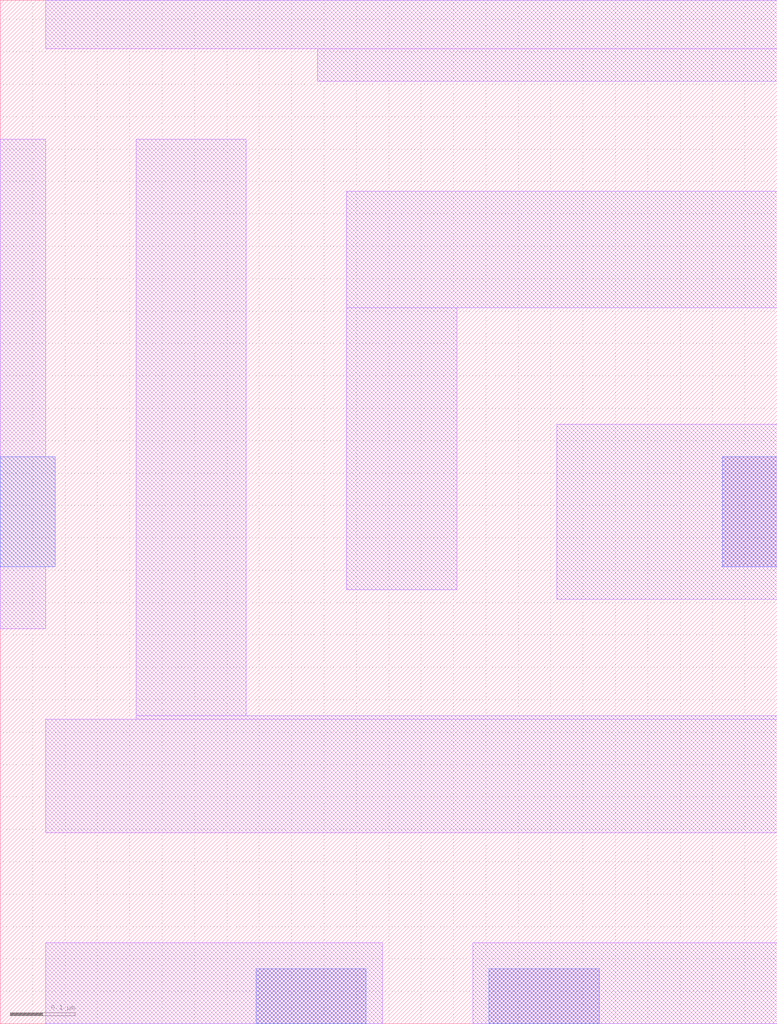
<source format=lef>
# Copyright 2020 The SkyWater PDK Authors
#
# Licensed under the Apache License, Version 2.0 (the "License");
# you may not use this file except in compliance with the License.
# You may obtain a copy of the License at
#
#     https://www.apache.org/licenses/LICENSE-2.0
#
# Unless required by applicable law or agreed to in writing, software
# distributed under the License is distributed on an "AS IS" BASIS,
# WITHOUT WARRANTIES OR CONDITIONS OF ANY KIND, either express or implied.
# See the License for the specific language governing permissions and
# limitations under the License.
#
# SPDX-License-Identifier: Apache-2.0

VERSION 5.7 ;
  NOWIREEXTENSIONATPIN ON ;
  DIVIDERCHAR "/" ;
  BUSBITCHARS "[]" ;
MACRO sky130_fd_bd_sram__sram_dp_cell_half_limcon_opta
  CLASS BLOCK ;
  FOREIGN sky130_fd_bd_sram__sram_dp_cell_half_limcon_opta ;
  ORIGIN  0.000000  0.000000 ;
  SIZE  1.200000 BY  1.580000 ;
  OBS
    LAYER li1 ;
      RECT 0.000000 0.610000 0.070000 0.705000 ;
      RECT 0.000000 0.705000 0.085000 0.875000 ;
      RECT 0.000000 0.875000 0.070000 1.365000 ;
      RECT 0.070000 0.000000 0.590000 0.125000 ;
      RECT 0.070000 0.295000 1.200000 0.470000 ;
      RECT 0.070000 1.505000 1.200000 1.580000 ;
      RECT 0.210000 0.470000 1.200000 0.475000 ;
      RECT 0.210000 0.475000 0.380000 1.365000 ;
      RECT 0.490000 1.455000 1.200000 1.505000 ;
      RECT 0.535000 0.670000 0.705000 1.105000 ;
      RECT 0.535000 1.105000 1.200000 1.285000 ;
      RECT 0.730000 0.000000 1.200000 0.125000 ;
      RECT 0.860000 0.655000 1.200000 0.925000 ;
    LAYER mcon ;
      RECT 0.395000 0.000000 0.565000 0.085000 ;
      RECT 0.755000 0.000000 0.925000 0.085000 ;
      RECT 1.115000 0.705000 1.200000 0.875000 ;
    LAYER met1 ;
      RECT 0.000000 0.705000 0.085000 0.875000 ;
      RECT 0.395000 0.000000 0.565000 0.085000 ;
      RECT 0.755000 0.000000 0.925000 0.085000 ;
      RECT 1.115000 0.705000 1.200000 0.875000 ;
  END
END sky130_fd_bd_sram__sram_dp_cell_half_limcon_opta
END LIBRARY

</source>
